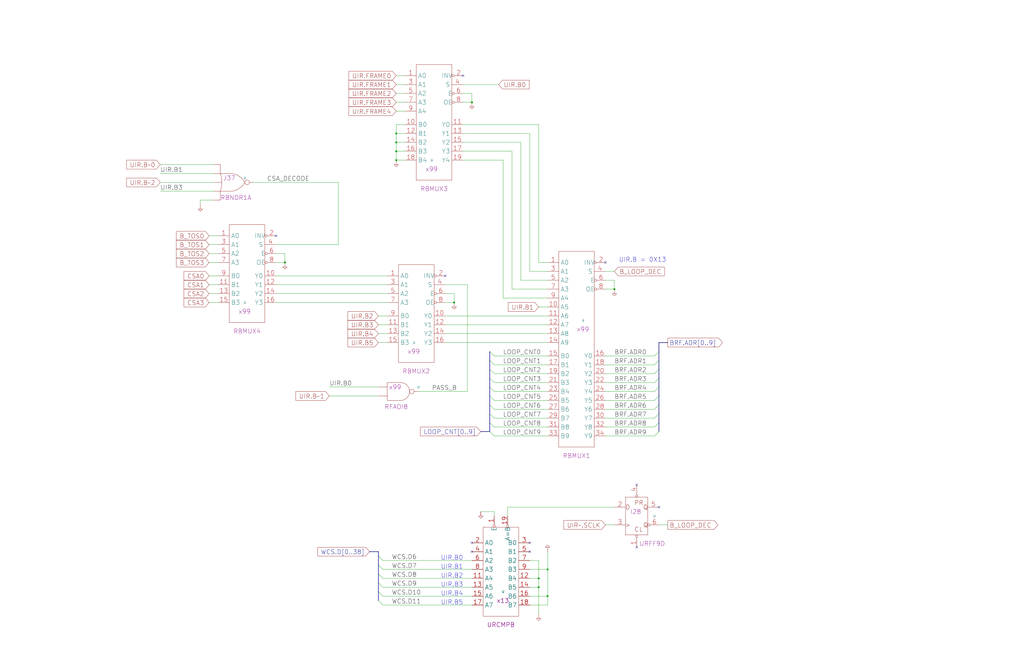
<source format=kicad_sch>
(kicad_sch (version 20220404) (generator eeschema)
  (paper "User" 584.2 378.46)
  (title_block (title "REGISTER FILE CONTROL\\nB ADDRESS GENERATION") (date "22-MAR-90") (rev "1.0") (comment 1 "VALUE") (comment 2 "232-003063") (comment 3 "S400") (comment 4 "RELEASED"))
  (lib_symbols
    (symbol "r1000:F00" (pin_numbers hide) (pin_names hide)
      (property "Reference" "U" (at 15.24 0 0))
      (property "Value" "F00" (at 1.905 -5.08 0))
      (property "Location" "___" (at 1.905 0 0))
      (property "Name" "______" (at 2.54 -12.7 0))
      (symbol "F00_0_1"
        (polyline (pts (xy -2.54 -7.62) (xy 5.08 -7.62)) (stroke (width 0.1524)))
        (polyline (pts (xy -2.54 2.54) (xy -2.54 -7.62)) (stroke (width 0.1524)))
        (polyline (pts (xy -2.54 2.54) (xy 5.08 2.54)) (stroke (width 0.1524)))
        (arc (start 5.08 -7.62) (mid 10.1282 -2.54) (end 5.08 2.54) (stroke (width 0.1524)))
        (circle (center 11.43 -2.54) (radius 1.27) (stroke (width 0.1524)))
      )
      (symbol "F00_0_2"
        (circle (center -3.81 -5.08) (radius 1.27) (stroke (width 0.1524)))
        (circle (center -3.81 0) (radius 1.27) (stroke (width 0.1524)))
        (arc (start -3.175 -7.62) (mid -2.134 -2.54) (end -3.175 2.54) (stroke (width 0.1524)))
        (polyline (pts (xy -3.175 -7.62) (xy 3.81 -7.62)) (stroke (width 0.1524)))
        (polyline (pts (xy -3.175 2.54) (xy 3.81 2.54)) (stroke (width 0.1524)))
        (arc (start 3.81 -7.62) (mid 7.5855 -5.8306) (end 10.16 -2.54) (stroke (width 0.1524)))
        (arc (start 10.16 -2.54) (mid 7.5827 0.7471) (end 3.81 2.54) (stroke (width 0.1524)))
      )
      (symbol "F00_1_1"
        (pin input line (at -7.62 0 0) (length 5.08) (name "D0") (number "1"))
        (pin input line (at -7.62 -5.08 0) (length 5.08) (name "D1") (number "2"))
        (pin output line (at 15.24 -2.54 180) (length 2.54) (name "Q") (number "3"))
      )
      (symbol "F00_1_2"
        (pin input line (at -7.62 0 0) (length 2.54) (name "D0") (number "1"))
        (pin input line (at -7.62 -5.08 0) (length 2.54) (name "D1") (number "2"))
        (pin output line (at 15.24 -2.54 180) (length 5.08) (name "Q") (number "3"))
      )
    )
    (symbol "r1000:F260" (pin_numbers hide) (pin_names hide)
      (property "Reference" "U" (at 10.16 0 0))
      (property "Value" "F260" (at 1.905 -5.715 0))
      (property "Location" "___" (at 1.27 0 0))
      (property "Name" "______" (at 5.08 -12.7 0))
      (symbol "F260_0_1"
        (arc (start -3.8173 -7.62) (mid -2.9926 -2.54) (end -3.8173 2.54) (stroke (width 0.1524)))
        (polyline (pts (xy -5.08 -7.62) (xy -3.81 -7.62)) (stroke (width 0.1524)))
        (polyline (pts (xy -5.08 -2.54) (xy -3.0226 -2.54)) (stroke (width 0.1524)))
        (polyline (pts (xy -5.08 2.54) (xy -3.81 2.54)) (stroke (width 0.1524)))
        (polyline (pts (xy -3.81 -7.62) (xy 2.54 -7.62)) (stroke (width 0.1524)))
        (polyline (pts (xy -3.81 2.54) (xy 2.54 2.54)) (stroke (width 0.1524)))
        (polyline (pts (xy -5.08 -12.7) (xy -3.81 -12.7) (xy -3.81 -7.62)) (stroke (width 0.1524)))
        (polyline (pts (xy -5.08 7.62) (xy -3.81 7.62) (xy -3.81 2.54)) (stroke (width 0.1524)))
        (arc (start 2.54 -7.62) (mid 6.9504 -5.9805) (end 10.16 -2.54) (stroke (width 0.1524)))
        (arc (start 10.16 -2.54) (mid 6.9516 0.9024) (end 2.54 2.54) (stroke (width 0.1524)))
        (circle (center 11.43 -2.54) (radius 1.27) (stroke (width 0.1524)))
      )
      (symbol "F260_0_2"
        (circle (center -6.35 -12.7) (radius 1.27) (stroke (width 0.1524)))
        (circle (center -6.35 -7.62) (radius 1.27) (stroke (width 0.1524)))
        (circle (center -6.35 -2.54) (radius 1.27) (stroke (width 0.1524)))
        (circle (center -6.35 2.54) (radius 1.27) (stroke (width 0.1524)))
        (circle (center -6.35 7.62) (radius 1.27) (stroke (width 0.1524)))
        (polyline (pts (xy -5.08 -13.97) (xy -5.08 8.89)) (stroke (width 0.1524)))
        (polyline (pts (xy -5.08 -7.62) (xy 2.54 -7.62)) (stroke (width 0.1524)))
        (polyline (pts (xy -5.08 2.54) (xy 2.54 2.54)) (stroke (width 0.1524)))
        (arc (start 2.54 2.54) (mid -1.0521 -6.1321) (end 7.62 -2.54) (stroke (width 0.1524)))
        (arc (start 7.62 -2.54) (mid -1.0521 1.0521) (end 2.54 -7.62) (stroke (width 0.1524)))
      )
      (symbol "F260_1_1"
        (pin input line (at -7.62 -2.54 0) (length 2.54) (name "D2") (number "1"))
        (pin input line (at -7.62 7.62 0) (length 2.54) (name "D0") (number "12"))
        (pin input line (at -7.62 2.54 0) (length 2.54) (name "D1") (number "13"))
        (pin input line (at -7.62 -7.62 0) (length 2.54) (name "D3") (number "2"))
        (pin input line (at -7.62 -12.7 0) (length 2.54) (name "D4") (number "3"))
        (pin output line (at 15.24 -2.54 180) (length 2.54) (name "Q") (number "5"))
      )
      (symbol "F260_1_2"
        (pin input line (at -7.62 -2.54 0) (length 0) (name "D2") (number "1"))
        (pin input line (at -7.62 7.62 0) (length 0) (name "D0") (number "12"))
        (pin input line (at -7.62 2.54 0) (length 0) (name "D1") (number "13"))
        (pin input line (at -7.62 -7.62 0) (length 0) (name "D3") (number "2"))
        (pin input line (at -7.62 -12.7 0) (length 0) (name "D4") (number "3"))
        (pin output line (at 15.24 -2.54 180) (length 7.62) (name "Q") (number "5"))
      )
    )
    (symbol "r1000:F521" (pin_names (offset 1.016))
      (property "Reference" "U" (at 2.54 5.08 0))
      (property "Value" "F521" (at -3.81 -7.62 0))
      (property "Location" "___" (at -1.27 0 0))
      (property "Name" "______" (at 1.27 -15.24 0))
      (symbol "F521_1_1"
        (rectangle (start -8.89 41.91) (end 11.43 -8.89))
        (circle (center -2.54 42.545) (radius 0.635))
        (circle (center 5.08 42.545) (radius 0.635))
        (pin input line (at -2.54 48.26 270) (length 5.08) (name "E") (number "1"))
        (pin input line (at -15.24 12.7 0) (length 6.35) (name "A4") (number "11"))
        (pin input line (at 17.78 12.7 180) (length 6.35) (name "B4") (number "12"))
        (pin input line (at -15.24 7.62 0) (length 6.35) (name "A5") (number "13"))
        (pin input line (at 17.78 7.62 180) (length 6.35) (name "B5") (number "14"))
        (pin input line (at -15.24 2.54 0) (length 6.35) (name "A6") (number "15"))
        (pin input line (at 17.78 2.54 180) (length 6.35) (name "B6") (number "16"))
        (pin input line (at -15.24 -2.54 0) (length 6.35) (name "A7") (number "17"))
        (pin input line (at 17.78 -2.54 180) (length 6.35) (name "B7") (number "18"))
        (pin output line (at 5.08 48.26 270) (length 5.08) (name "A=B") (number "19"))
        (pin input line (at -15.24 33.02 0) (length 6.35) (name "A0") (number "2"))
        (pin input line (at 17.78 33.02 180) (length 6.35) (name "B0") (number "3"))
        (pin input line (at -15.24 27.94 0) (length 6.35) (name "A1") (number "4"))
        (pin input line (at 17.78 27.94 180) (length 6.35) (name "B1") (number "5"))
        (pin input line (at -15.24 22.86 0) (length 6.35) (name "A2") (number "6"))
        (pin input line (at 17.78 22.86 180) (length 6.35) (name "B2") (number "7"))
        (pin input line (at -15.24 17.78 0) (length 6.35) (name "A3") (number "8"))
        (pin input line (at 17.78 17.78 180) (length 6.35) (name "B3") (number "9"))
      )
    )
    (symbol "r1000:F74" (pin_names (offset 1.016) hide)
      (property "Reference" "U" (at 12.7 -2.54 0))
      (property "Value" "F74" (at -1.27 -5.08 0))
      (property "Location" "___" (at -1.27 0 0))
      (property "Name" "______" (at 11.43 -19.685 0))
      (symbol "F74_0_1"
        (rectangle (start -3.81 8.255) (end 8.89 -13.335) (stroke (width 0.1524)))
        (polyline (pts (xy 2.54 -15.24) (xy 2.54 -14.605)) (stroke (width 0.1524)))
        (polyline (pts (xy 2.54 10.16) (xy 2.54 9.525)) (stroke (width 0.1524)))
      )
      (symbol "F74_1_1"
        (circle (center 2.54 -13.97) (radius 0.635))
        (circle (center 2.54 8.89) (radius 0.635))
        (circle (center 9.525 -7.62) (radius 0.635))
        (text ">" (at -2.54 -7.62 0) (effects (font (size 2.54 2.54))))
        (text "C" (at 2.54 -10.16 0) (effects (font (size 2.54 2.54))))
        (text "D" (at -2.54 2.54 0) (effects (font (size 2.54 2.54))))
        (text "L" (at 5.08 -10.16 0) (effects (font (size 2.54 2.54))))
        (text "P" (at 2.54 5.08 0) (effects (font (size 2.54 2.54))))
        (text "Q" (at 7.62 -7.62 0) (effects (font (size 2.54 2.54))))
        (text "Q" (at 7.62 2.54 0) (effects (font (size 2.54 2.54))))
        (text "R" (at 5.08 5.08 0) (effects (font (size 2.54 2.54))))
        (pin input line (at 2.54 -20.32 90) (length 5.08) (name "CL_") (number "1"))
        (pin input line (at -10.16 2.54 0) (length 6.35) (name "D") (number "2"))
        (pin input line (at -10.16 -7.62 0) (length 6.35) (name "CLK") (number "3"))
        (pin input line (at 2.54 15.24 270) (length 5.08) (name "PR_") (number "4"))
        (pin output line (at 15.24 2.54 180) (length 6.35) (name "Q") (number "5"))
        (pin output line (at 15.24 -7.62 180) (length 5.08) (name "Q_") (number "6"))
      )
    )
    (symbol "r1000:PD" (power) (pin_numbers hide) (pin_names hide) (in_bom no)
      (symbol "PD_0_1"
        (polyline (pts (xy 0 -2.54) (xy 1.27 -2.54) (xy 0 -3.81) (xy -1.27 -2.54) (xy 0 -2.54)) (stroke (width 0.1524)))
      )
      (symbol "PD_1_1"
        (pin power_in line (at 0 0 270) (length 2.54) (name "PD") (number "1"))
      )
    )
    (symbol "r1000:PU" (power) (pin_numbers hide) (pin_names hide)
      (symbol "PU_0_1"
        (polyline (pts (xy 0 2.54) (xy -1.27 2.54) (xy 0 3.81) (xy 1.27 2.54) (xy 0 2.54)) (stroke (width 0.1524)))
      )
      (symbol "PU_1_1"
        (pin power_in line (at 0 0 90) (length 2.54) (name "PU") (number "1"))
      )
    )
    (symbol "r1000:XMUX10" (pin_names (offset 1.016))
      (property "Reference" "U" (at 2.54 5.08 0))
      (property "Value" "XMUX10" (at -6.35 -66.04 0))
      (property "Location" "___" (at -1.27 0 0))
      (property "Name" "______" (at -1.27 -73.66 0))
      (symbol "XMUX10_1_1"
        (rectangle (start -11.43 44.45) (end 8.89 -67.31))
        (circle (center 9.525 22.86) (radius 0.635))
        (circle (center 9.525 27.94) (radius 0.635))
        (circle (center 9.525 38.1) (radius 0.635))
        (pin input line (at -17.78 38.1 0) (length 6.35) (name "A0") (number "1"))
        (pin input line (at -17.78 12.7 0) (length 6.35) (name "A5") (number "10"))
        (pin input line (at -17.78 7.62 0) (length 6.35) (name "A6") (number "11"))
        (pin input line (at -17.78 2.54 0) (length 6.35) (name "A7") (number "12"))
        (pin input line (at -17.78 -2.54 0) (length 6.35) (name "A8") (number "13"))
        (pin input line (at -17.78 -7.62 0) (length 6.35) (name "A9") (number "14"))
        (pin input line (at -17.78 -15.24 0) (length 6.35) (name "B0") (number "15"))
        (pin tri_state line (at 15.24 -15.24 180) (length 6.35) (name "Y0") (number "16"))
        (pin input line (at -17.78 -20.32 0) (length 6.35) (name "B1") (number "17"))
        (pin tri_state line (at 15.24 -20.32 180) (length 6.35) (name "Y1") (number "18"))
        (pin input line (at -17.78 -25.4 0) (length 6.35) (name "B2") (number "19"))
        (pin input line (at 15.24 38.1 180) (length 5.08) (name "INV") (number "2"))
        (pin tri_state line (at 15.24 -25.4 180) (length 6.35) (name "Y2") (number "20"))
        (pin input line (at -17.78 -30.48 0) (length 6.35) (name "B3") (number "21"))
        (pin tri_state line (at 15.24 -30.48 180) (length 6.35) (name "Y3") (number "22"))
        (pin input line (at -17.78 -35.56 0) (length 6.35) (name "B4") (number "23"))
        (pin tri_state line (at 15.24 -35.56 180) (length 6.35) (name "Y4") (number "24"))
        (pin input line (at -17.78 -40.64 0) (length 6.35) (name "B5") (number "25"))
        (pin tri_state line (at 15.24 -40.64 180) (length 6.35) (name "Y5") (number "26"))
        (pin input line (at -17.78 -45.72 0) (length 6.35) (name "B6") (number "27"))
        (pin tri_state line (at 15.24 -45.72 180) (length 6.35) (name "Y6") (number "28"))
        (pin input line (at -17.78 -50.8 0) (length 6.35) (name "B7") (number "29"))
        (pin input line (at -17.78 33.02 0) (length 6.35) (name "A1") (number "3"))
        (pin tri_state line (at 15.24 -50.8 180) (length 6.35) (name "Y7") (number "30"))
        (pin input line (at -17.78 -55.88 0) (length 6.35) (name "B8") (number "31"))
        (pin tri_state line (at 15.24 -55.88 180) (length 6.35) (name "Y8") (number "32"))
        (pin input line (at -17.78 -60.96 0) (length 6.35) (name "B9") (number "33"))
        (pin tri_state line (at 15.24 -60.96 180) (length 6.35) (name "Y9") (number "34"))
        (pin input line (at 15.24 33.02 180) (length 6.35) (name "S") (number "4"))
        (pin input line (at -17.78 27.94 0) (length 6.35) (name "A2") (number "5"))
        (pin input line (at 15.24 27.94 180) (length 5.08) (name "E") (number "6"))
        (pin input line (at -17.78 22.86 0) (length 6.35) (name "A3") (number "7"))
        (pin input line (at 15.24 22.86 180) (length 5.08) (name "OE") (number "8"))
        (pin input line (at -17.78 17.78 0) (length 6.35) (name "A4") (number "9"))
      )
    )
    (symbol "r1000:XMUX4" (pin_names (offset 1.016))
      (property "Reference" "U" (at 2.54 5.08 0))
      (property "Value" "XMUX4" (at -1.27 -5.08 0))
      (property "Location" "___" (at -1.27 0 0))
      (property "Name" "______" (at 3.81 -12.7 0))
      (symbol "XMUX4_1_1"
        (rectangle (start -6.35 49.53) (end 13.97 -6.35))
        (circle (center 14.605 27.94) (radius 0.635))
        (circle (center 14.605 33.02) (radius 0.635))
        (circle (center 14.605 43.18) (radius 0.635))
        (pin input line (at -12.7 43.18 0) (length 6.35) (name "A0") (number "1"))
        (pin tri_state line (at 20.32 20.32 180) (length 6.35) (name "Y0") (number "10"))
        (pin input line (at -12.7 15.24 0) (length 6.35) (name "B1") (number "11"))
        (pin tri_state line (at 20.32 15.24 180) (length 6.35) (name "Y1") (number "12"))
        (pin input line (at -12.7 10.16 0) (length 6.35) (name "B2") (number "13"))
        (pin tri_state line (at 20.32 10.16 180) (length 6.35) (name "Y2") (number "14"))
        (pin input line (at -12.7 5.08 0) (length 6.35) (name "B3") (number "15"))
        (pin tri_state line (at 20.32 5.08 180) (length 6.35) (name "Y3") (number "16"))
        (pin input line (at 20.32 43.18 180) (length 5.08) (name "INV") (number "2"))
        (pin input line (at -12.7 38.1 0) (length 6.35) (name "A1") (number "3"))
        (pin input line (at 20.32 38.1 180) (length 6.35) (name "S") (number "4"))
        (pin input line (at -12.7 33.02 0) (length 6.35) (name "A2") (number "5"))
        (pin input line (at 20.32 33.02 180) (length 5.08) (name "E") (number "6"))
        (pin input line (at -12.7 27.94 0) (length 6.35) (name "A3") (number "7"))
        (pin input line (at 20.32 27.94 180) (length 5.08) (name "OE") (number "8"))
        (pin input line (at -12.7 20.32 0) (length 6.35) (name "B0") (number "9"))
      )
    )
    (symbol "r1000:XMUX5" (pin_names (offset 1.016))
      (property "Reference" "U" (at 2.54 5.08 0))
      (property "Value" "XMUX5" (at -1.27 -5.08 0))
      (property "Location" "___" (at -1.27 0 0))
      (property "Name" "______" (at 3.81 -12.7 0))
      (symbol "XMUX5_1_1"
        (rectangle (start -6.35 59.69) (end 13.97 -6.35))
        (circle (center 14.605 38.1) (radius 0.635))
        (circle (center 14.605 43.18) (radius 0.635))
        (circle (center 14.605 53.34) (radius 0.635))
        (pin input line (at -12.7 53.34 0) (length 6.35) (name "A0") (number "1"))
        (pin input line (at -12.7 25.4 0) (length 6.35) (name "B0") (number "10"))
        (pin tri_state line (at 20.32 25.4 180) (length 6.35) (name "Y0") (number "11"))
        (pin input line (at -12.7 20.32 0) (length 6.35) (name "B1") (number "12"))
        (pin tri_state line (at 20.32 20.32 180) (length 6.35) (name "Y1") (number "13"))
        (pin input line (at -12.7 15.24 0) (length 6.35) (name "B2") (number "14"))
        (pin tri_state line (at 20.32 15.24 180) (length 6.35) (name "Y2") (number "15"))
        (pin input line (at -12.7 10.16 0) (length 6.35) (name "B3") (number "16"))
        (pin tri_state line (at 20.32 10.16 180) (length 6.35) (name "Y3") (number "17"))
        (pin input line (at -12.7 5.08 0) (length 6.35) (name "B4") (number "18"))
        (pin tri_state line (at 20.32 5.08 180) (length 6.35) (name "Y4") (number "19"))
        (pin input line (at 20.32 53.34 180) (length 5.08) (name "INV") (number "2"))
        (pin input line (at -12.7 48.26 0) (length 6.35) (name "A1") (number "3"))
        (pin input line (at 20.32 48.26 180) (length 6.35) (name "S") (number "4"))
        (pin input line (at -12.7 43.18 0) (length 6.35) (name "A2") (number "5"))
        (pin input line (at 20.32 43.18 180) (length 5.08) (name "E") (number "6"))
        (pin input line (at -12.7 38.1 0) (length 6.35) (name "A3") (number "7"))
        (pin input line (at 20.32 38.1 180) (length 5.08) (name "OE") (number "8"))
        (pin input line (at -12.7 33.02 0) (length 6.35) (name "A4") (number "9"))
      )
    )
  )
  (junction (at 307.34 335.28))
  (junction (at 226.06 76.2))
  (junction (at 307.34 330.2))
  (junction (at 312.42 340.36))
  (junction (at 162.56 149.86))
  (junction (at 226.06 91.44))
  (junction (at 312.42 325.12))
  (junction (at 226.06 81.28))
  (junction (at 269.24 58.42))
  (junction (at 226.06 86.36))
  (junction (at 350.52 165.1))
  (junction (at 259.08 172.72))
  (no_connect (at 157.48 134.62))
  (no_connect (at 254 157.48))
  (no_connect (at 363.22 276.86))
  (no_connect (at 269.24 314.96))
  (no_connect (at 345.44 149.86))
  (no_connect (at 302.26 314.96))
  (no_connect (at 375.92 289.56))
  (no_connect (at 264.16 43.18))
  (no_connect (at 302.26 309.88))
  (no_connect (at 269.24 309.88))
  (no_connect (at 363.22 312.42))
  (bus_entry (at 279.4 236.22) (size 2.54 2.54))
  (bus_entry (at 215.9 317.5) (size 2.54 2.54))
  (bus_entry (at 215.9 322.58) (size 2.54 2.54))
  (bus_entry (at 375.92 210.82) (size -2.54 2.54))
  (bus_entry (at 375.92 226.06) (size -2.54 2.54))
  (bus_entry (at 375.92 241.3) (size -2.54 2.54))
  (bus_entry (at 375.92 215.9) (size -2.54 2.54))
  (bus_entry (at 279.4 246.38) (size 2.54 2.54))
  (bus_entry (at 279.4 210.82) (size 2.54 2.54))
  (bus_entry (at 279.4 231.14) (size 2.54 2.54))
  (bus_entry (at 375.92 220.98) (size -2.54 2.54))
  (bus_entry (at 375.92 205.74) (size -2.54 2.54))
  (bus_entry (at 279.4 226.06) (size 2.54 2.54))
  (bus_entry (at 215.9 332.74) (size 2.54 2.54))
  (bus_entry (at 279.4 200.66) (size 2.54 2.54))
  (bus_entry (at 279.4 220.98) (size 2.54 2.54))
  (bus_entry (at 279.4 205.74) (size 2.54 2.54))
  (bus_entry (at 375.92 200.66) (size -2.54 2.54))
  (bus_entry (at 375.92 246.38) (size -2.54 2.54))
  (bus_entry (at 279.4 241.3) (size 2.54 2.54))
  (bus_entry (at 375.92 236.22) (size -2.54 2.54))
  (bus_entry (at 215.9 337.82) (size 2.54 2.54))
  (bus_entry (at 215.9 342.9) (size 2.54 2.54))
  (bus_entry (at 279.4 215.9) (size 2.54 2.54))
  (bus_entry (at 375.92 231.14) (size -2.54 2.54))
  (bus_entry (at 215.9 327.66) (size 2.54 2.54))
  (wire (pts (xy 157.48 162.56) (xy 220.98 162.56)))
  (wire (pts (xy 302.26 76.2) (xy 302.26 154.94)))
  (wire (pts (xy 269.24 53.34) (xy 269.24 58.42)))
  (bus (pts (xy 375.92 200.66) (xy 375.92 205.74)))
  (bus (pts (xy 215.9 322.58) (xy 215.9 327.66)))
  (wire (pts (xy 266.7 223.52) (xy 266.7 162.56)))
  (wire (pts (xy 157.48 144.78) (xy 162.56 144.78)))
  (wire (pts (xy 302.26 330.2) (xy 307.34 330.2)))
  (wire (pts (xy 215.9 185.42) (xy 220.98 185.42)))
  (wire (pts (xy 218.44 335.28) (xy 269.24 335.28)))
  (bus (pts (xy 279.4 236.22) (xy 279.4 241.3)))
  (wire (pts (xy 215.9 190.5) (xy 220.98 190.5)))
  (wire (pts (xy 254 180.34) (xy 312.42 180.34)))
  (wire (pts (xy 297.18 160.02) (xy 297.18 81.28)))
  (wire (pts (xy 345.44 238.76) (xy 373.38 238.76)))
  (wire (pts (xy 281.94 233.68) (xy 312.42 233.68)))
  (wire (pts (xy 307.34 320.04) (xy 307.34 330.2)))
  (bus (pts (xy 215.9 317.5) (xy 215.9 322.58)))
  (wire (pts (xy 226.06 86.36) (xy 231.14 86.36)))
  (bus (pts (xy 279.4 215.9) (xy 279.4 220.98)))
  (wire (pts (xy 226.06 91.44) (xy 226.06 86.36)))
  (wire (pts (xy 259.08 172.72) (xy 254 172.72)))
  (wire (pts (xy 157.48 172.72) (xy 220.98 172.72)))
  (wire (pts (xy 289.56 289.56) (xy 350.52 289.56)))
  (wire (pts (xy 238.76 223.52) (xy 266.7 223.52)))
  (bus (pts (xy 375.92 205.74) (xy 375.92 210.82)))
  (wire (pts (xy 345.44 228.6) (xy 373.38 228.6)))
  (wire (pts (xy 226.06 76.2) (xy 226.06 71.12)))
  (bus (pts (xy 279.4 200.66) (xy 279.4 205.74)))
  (bus (pts (xy 375.92 241.3) (xy 375.92 246.38)))
  (wire (pts (xy 254 190.5) (xy 312.42 190.5)))
  (wire (pts (xy 302.26 340.36) (xy 312.42 340.36)))
  (bus (pts (xy 279.4 241.3) (xy 279.4 246.38)))
  (wire (pts (xy 254 167.64) (xy 259.08 167.64)))
  (bus (pts (xy 375.92 195.58) (xy 375.92 200.66)))
  (wire (pts (xy 226.06 81.28) (xy 226.06 76.2)))
  (wire (pts (xy 281.94 218.44) (xy 312.42 218.44)))
  (wire (pts (xy 119.38 172.72) (xy 124.46 172.72)))
  (wire (pts (xy 281.94 292.1) (xy 281.94 294.64)))
  (wire (pts (xy 162.56 149.86) (xy 157.48 149.86)))
  (wire (pts (xy 345.44 248.92) (xy 373.38 248.92)))
  (wire (pts (xy 91.44 99.06) (xy 121.92 99.06)))
  (bus (pts (xy 215.9 332.74) (xy 215.9 337.82)))
  (wire (pts (xy 302.26 325.12) (xy 312.42 325.12)))
  (wire (pts (xy 345.44 213.36) (xy 373.38 213.36)))
  (wire (pts (xy 345.44 299.72) (xy 350.52 299.72)))
  (wire (pts (xy 162.56 144.78) (xy 162.56 149.86)))
  (wire (pts (xy 264.16 48.26) (xy 284.48 48.26)))
  (wire (pts (xy 187.96 220.98) (xy 215.9 220.98)))
  (wire (pts (xy 193.04 104.14) (xy 193.04 139.7)))
  (wire (pts (xy 281.94 223.52) (xy 312.42 223.52)))
  (bus (pts (xy 381 195.58) (xy 375.92 195.58)))
  (wire (pts (xy 157.48 157.48) (xy 220.98 157.48)))
  (wire (pts (xy 345.44 208.28) (xy 373.38 208.28)))
  (wire (pts (xy 274.32 292.1) (xy 281.94 292.1)))
  (wire (pts (xy 292.1 86.36) (xy 292.1 165.1)))
  (wire (pts (xy 307.34 330.2) (xy 307.34 335.28)))
  (wire (pts (xy 264.16 53.34) (xy 269.24 53.34)))
  (wire (pts (xy 226.06 76.2) (xy 231.14 76.2)))
  (wire (pts (xy 292.1 165.1) (xy 312.42 165.1)))
  (wire (pts (xy 119.38 149.86) (xy 124.46 149.86)))
  (wire (pts (xy 297.18 81.28) (xy 264.16 81.28)))
  (bus (pts (xy 279.4 231.14) (xy 279.4 236.22)))
  (wire (pts (xy 281.94 248.92) (xy 312.42 248.92)))
  (wire (pts (xy 302.26 154.94) (xy 312.42 154.94)))
  (bus (pts (xy 210.82 314.96) (xy 215.9 314.96)))
  (bus (pts (xy 375.92 215.9) (xy 375.92 220.98)))
  (wire (pts (xy 345.44 243.84) (xy 373.38 243.84)))
  (wire (pts (xy 226.06 86.36) (xy 226.06 81.28)))
  (bus (pts (xy 274.32 246.38) (xy 279.4 246.38)))
  (wire (pts (xy 307.34 175.26) (xy 312.42 175.26)))
  (wire (pts (xy 281.94 213.36) (xy 312.42 213.36)))
  (wire (pts (xy 119.38 167.64) (xy 124.46 167.64)))
  (bus (pts (xy 279.4 210.82) (xy 279.4 215.9)))
  (wire (pts (xy 91.44 104.14) (xy 121.92 104.14)))
  (wire (pts (xy 226.06 63.5) (xy 231.14 63.5)))
  (wire (pts (xy 114.3 116.84) (xy 114.3 114.3)))
  (wire (pts (xy 281.94 238.76) (xy 312.42 238.76)))
  (wire (pts (xy 91.44 93.98) (xy 121.92 93.98)))
  (wire (pts (xy 157.48 167.64) (xy 220.98 167.64)))
  (wire (pts (xy 350.52 160.02) (xy 350.52 165.1)))
  (wire (pts (xy 345.44 233.68) (xy 373.38 233.68)))
  (wire (pts (xy 119.38 134.62) (xy 124.46 134.62)))
  (wire (pts (xy 144.78 104.14) (xy 193.04 104.14)))
  (wire (pts (xy 259.08 167.64) (xy 259.08 172.72)))
  (wire (pts (xy 345.44 203.2) (xy 373.38 203.2)))
  (wire (pts (xy 375.92 299.72) (xy 381 299.72)))
  (wire (pts (xy 264.16 86.36) (xy 292.1 86.36)))
  (wire (pts (xy 312.42 160.02) (xy 297.18 160.02)))
  (wire (pts (xy 312.42 340.36) (xy 312.42 325.12)))
  (wire (pts (xy 312.42 325.12) (xy 312.42 314.96)))
  (bus (pts (xy 215.9 314.96) (xy 215.9 317.5)))
  (wire (pts (xy 345.44 154.94) (xy 350.52 154.94)))
  (wire (pts (xy 226.06 48.26) (xy 231.14 48.26)))
  (wire (pts (xy 218.44 325.12) (xy 269.24 325.12)))
  (wire (pts (xy 226.06 58.42) (xy 231.14 58.42)))
  (wire (pts (xy 287.02 91.44) (xy 264.16 91.44)))
  (wire (pts (xy 302.26 345.44) (xy 312.42 345.44)))
  (wire (pts (xy 281.94 203.2) (xy 312.42 203.2)))
  (wire (pts (xy 218.44 320.04) (xy 269.24 320.04)))
  (wire (pts (xy 119.38 139.7) (xy 124.46 139.7)))
  (bus (pts (xy 215.9 337.82) (xy 215.9 342.9)))
  (wire (pts (xy 312.42 345.44) (xy 312.42 340.36)))
  (wire (pts (xy 269.24 58.42) (xy 264.16 58.42)))
  (wire (pts (xy 307.34 149.86) (xy 312.42 149.86)))
  (wire (pts (xy 254 195.58) (xy 312.42 195.58)))
  (wire (pts (xy 187.96 226.06) (xy 215.9 226.06)))
  (wire (pts (xy 254 162.56) (xy 266.7 162.56)))
  (wire (pts (xy 350.52 165.1) (xy 345.44 165.1)))
  (bus (pts (xy 279.4 220.98) (xy 279.4 226.06)))
  (wire (pts (xy 119.38 157.48) (xy 124.46 157.48)))
  (wire (pts (xy 215.9 180.34) (xy 220.98 180.34)))
  (wire (pts (xy 91.44 109.22) (xy 121.92 109.22)))
  (wire (pts (xy 264.16 76.2) (xy 302.26 76.2)))
  (wire (pts (xy 312.42 170.18) (xy 287.02 170.18)))
  (wire (pts (xy 119.38 162.56) (xy 124.46 162.56)))
  (wire (pts (xy 218.44 345.44) (xy 269.24 345.44)))
  (wire (pts (xy 226.06 91.44) (xy 231.14 91.44)))
  (wire (pts (xy 226.06 71.12) (xy 231.14 71.12)))
  (wire (pts (xy 218.44 340.36) (xy 269.24 340.36)))
  (wire (pts (xy 289.56 294.64) (xy 289.56 289.56)))
  (wire (pts (xy 281.94 243.84) (xy 312.42 243.84)))
  (wire (pts (xy 281.94 208.28) (xy 312.42 208.28)))
  (wire (pts (xy 287.02 170.18) (xy 287.02 91.44)))
  (wire (pts (xy 226.06 53.34) (xy 231.14 53.34)))
  (wire (pts (xy 307.34 71.12) (xy 307.34 149.86)))
  (bus (pts (xy 375.92 210.82) (xy 375.92 215.9)))
  (wire (pts (xy 157.48 139.7) (xy 193.04 139.7)))
  (wire (pts (xy 302.26 335.28) (xy 307.34 335.28)))
  (bus (pts (xy 375.92 220.98) (xy 375.92 226.06)))
  (wire (pts (xy 307.34 335.28) (xy 307.34 350.52)))
  (wire (pts (xy 345.44 218.44) (xy 373.38 218.44)))
  (wire (pts (xy 345.44 223.52) (xy 373.38 223.52)))
  (wire (pts (xy 114.3 114.3) (xy 121.92 114.3)))
  (wire (pts (xy 119.38 144.78) (xy 124.46 144.78)))
  (bus (pts (xy 279.4 226.06) (xy 279.4 231.14)))
  (bus (pts (xy 215.9 332.74) (xy 215.9 327.66)))
  (wire (pts (xy 264.16 71.12) (xy 307.34 71.12)))
  (wire (pts (xy 226.06 81.28) (xy 231.14 81.28)))
  (wire (pts (xy 302.26 320.04) (xy 307.34 320.04)))
  (bus (pts (xy 375.92 226.06) (xy 375.92 231.14)))
  (wire (pts (xy 215.9 195.58) (xy 220.98 195.58)))
  (wire (pts (xy 345.44 160.02) (xy 350.52 160.02)))
  (bus (pts (xy 375.92 236.22) (xy 375.92 241.3)))
  (wire (pts (xy 281.94 228.6) (xy 312.42 228.6)))
  (bus (pts (xy 375.92 231.14) (xy 375.92 236.22)))
  (wire (pts (xy 254 185.42) (xy 312.42 185.42)))
  (bus (pts (xy 279.4 205.74) (xy 279.4 210.82)))
  (wire (pts (xy 218.44 330.2) (xy 269.24 330.2)))
  (wire (pts (xy 226.06 43.18) (xy 231.14 43.18)))
  (text "UIR.B = 0X13" (at 353.06 149.86 0) (effects (font (size 2.54 2.54)) (justify left bottom)))
  (text "UIR.B2" (at 251.46 330.2 0) (effects (font (size 2.54 2.54)) (justify left bottom)))
  (text "UIR.B0" (at 251.46 320.04 0) (effects (font (size 2.54 2.54)) (justify left bottom)))
  (text "UIR.B3" (at 251.46 335.28 0) (effects (font (size 2.54 2.54)) (justify left bottom)))
  (text "UIR.B5" (at 251.46 345.44 0) (effects (font (size 2.54 2.54)) (justify left bottom)))
  (text "UIR.B1" (at 251.46 325.12 0) (effects (font (size 2.54 2.54)) (justify left bottom)))
  (text "UIR.B4" (at 251.46 340.36 0) (effects (font (size 2.54 2.54)) (justify left bottom)))
  (label "LOOP_CNT4" (at 287.02 223.52 0) (effects (font (size 2.54 2.54))))
  (label "LOOP_CNT8" (at 287.02 243.84 0) (effects (font (size 2.54 2.54))))
  (label "BRF.ADR6" (at 350.52 233.68 0) (effects (font (size 2.54 2.54))))
  (label "PASS_B" (at 246.38 223.52 0) (effects (font (size 2.54 2.54))))
  (label "BRF.ADR0" (at 350.52 203.2 0) (effects (font (size 2.54 2.54))))
  (label "CSA_DECODE" (at 152.4 104.14 0) (effects (font (size 2.54 2.54))))
  (label "WCS.D10" (at 223.52 340.36 0) (effects (font (size 2.54 2.54))))
  (label "BRF.ADR8" (at 350.52 243.84 0) (effects (font (size 2.54 2.54))))
  (label "WCS.D6" (at 223.52 320.04 0) (effects (font (size 2.54 2.54))))
  (label "LOOP_CNT2" (at 287.02 213.36 0) (effects (font (size 2.54 2.54))))
  (label "WCS.D7" (at 223.52 325.12 0) (effects (font (size 2.54 2.54))))
  (label "BRF.ADR2" (at 350.52 213.36 0) (effects (font (size 2.54 2.54))))
  (label "WCS.D8" (at 223.52 330.2 0) (effects (font (size 2.54 2.54))))
  (label "WCS.D11" (at 223.52 345.44 0) (effects (font (size 2.54 2.54))))
  (label "UIR.B3" (at 91.44 109.22 0) (effects (font (size 2.54 2.54))))
  (label "LOOP_CNT5" (at 287.02 228.6 0) (effects (font (size 2.54 2.54))))
  (label "LOOP_CNT1" (at 287.02 208.28 0) (effects (font (size 2.54 2.54))))
  (label "UIR.B1" (at 91.44 99.06 0) (effects (font (size 2.54 2.54))))
  (label "BRF.ADR9" (at 350.52 248.92 0) (effects (font (size 2.54 2.54))))
  (label "LOOP_CNT0" (at 287.02 203.2 0) (effects (font (size 2.54 2.54))))
  (label "LOOP_CNT9" (at 287.02 248.92 0) (effects (font (size 2.54 2.54))))
  (label "BRF.ADR7" (at 350.52 238.76 0) (effects (font (size 2.54 2.54))))
  (label "LOOP_CNT6" (at 287.02 233.68 0) (effects (font (size 2.54 2.54))))
  (label "LOOP_CNT3" (at 287.02 218.44 0) (effects (font (size 2.54 2.54))))
  (label "WCS.D9" (at 223.52 335.28 0) (effects (font (size 2.54 2.54))))
  (label "LOOP_CNT7" (at 287.02 238.76 0) (effects (font (size 2.54 2.54))))
  (label "BRF.ADR1" (at 350.52 208.28 0) (effects (font (size 2.54 2.54))))
  (label "BRF.ADR3" (at 350.52 218.44 0) (effects (font (size 2.54 2.54))))
  (label "UIR.B0" (at 187.96 220.98 0) (effects (font (size 2.54 2.54))))
  (label "BRF.ADR4" (at 350.52 223.52 0) (effects (font (size 2.54 2.54))))
  (label "BRF.ADR5" (at 350.52 228.6 0) (effects (font (size 2.54 2.54))))
  (global_label "UIR.B~1" (shape input) (at 187.96 226.06 180) (effects (font (size 2.54 2.54))) (property "Intersheet References" "${INTERSHEET_REFS}" (at 168.7407 225.9013 0) (effects (font (size 1.905 1.905)) (justify right))))
  (global_label "B_LOOP_DEC" (shape output) (at 381 299.72 0) (effects (font (size 2.54 2.54))) (property "Intersheet References" "${INTERSHEET_REFS}" (at 409.5327 299.5613 0) (effects (font (size 1.905 1.905)) (justify left))))
  (global_label "UIR.B~2" (shape input) (at 91.44 104.14 180) (effects (font (size 2.54 2.54))) (property "Intersheet References" "${INTERSHEET_REFS}" (at 72.2207 103.9813 0) (effects (font (size 1.905 1.905)) (justify right))))
  (global_label "UIR.B5" (shape input) (at 215.9 195.58 180) (effects (font (size 2.54 2.54))) (property "Intersheet References" "${INTERSHEET_REFS}" (at 197.8281 195.58 0) (effects (font (size 1.905 1.905)) (justify right))))
  (global_label "CSA1" (shape input) (at 119.38 162.56 180) (effects (font (size 2.54 2.54))) (property "Intersheet References" "${INTERSHEET_REFS}" (at 104.9988 162.4013 0) (effects (font (size 1.905 1.905)) (justify right))))
  (global_label "UIR.B~0" (shape input) (at 91.44 93.98 180) (effects (font (size 2.54 2.54))) (property "Intersheet References" "${INTERSHEET_REFS}" (at 72.2207 93.8213 0) (effects (font (size 1.905 1.905)) (justify right))))
  (global_label "CSA3" (shape input) (at 119.38 172.72 180) (effects (font (size 2.54 2.54))) (property "Intersheet References" "${INTERSHEET_REFS}" (at 104.9988 172.5613 0) (effects (font (size 1.905 1.905)) (justify right))))
  (global_label "CSA2" (shape input) (at 119.38 167.64 180) (effects (font (size 2.54 2.54))) (property "Intersheet References" "${INTERSHEET_REFS}" (at 104.9988 167.4813 0) (effects (font (size 1.905 1.905)) (justify right))))
  (global_label "B_TOS3" (shape input) (at 119.38 149.86 180) (effects (font (size 2.54 2.54))) (property "Intersheet References" "${INTERSHEET_REFS}" (at 100.6445 149.7013 0) (effects (font (size 1.905 1.905)) (justify right))))
  (global_label "UIR.FRAME4" (shape input) (at 226.06 63.5 180) (effects (font (size 2.54 2.54))) (property "Intersheet References" "${INTERSHEET_REFS}" (at 199.0997 63.3413 0) (effects (font (size 1.905 1.905)) (justify right))))
  (global_label "LOOP_CNT[0..9]" (shape input) (at 274.32 246.38 180) (effects (font (size 2.54 2.54))) (property "Intersheet References" "${INTERSHEET_REFS}" (at 239.8607 246.2213 0) (effects (font (size 1.905 1.905)) (justify right))))
  (global_label "BRF.ADR[0..9]" (shape output) (at 381 195.58 0) (effects (font (size 2.54 2.54))) (property "Intersheet References" "${INTERSHEET_REFS}" (at 412.8602 195.58 0) (effects (font (size 1.905 1.905)) (justify left))))
  (global_label "UIR.B4" (shape input) (at 215.9 190.5 180) (effects (font (size 2.54 2.54))) (property "Intersheet References" "${INTERSHEET_REFS}" (at 197.8281 190.5 0) (effects (font (size 1.905 1.905)) (justify right))))
  (global_label "B_TOS0" (shape input) (at 119.38 134.62 180) (effects (font (size 2.54 2.54))) (property "Intersheet References" "${INTERSHEET_REFS}" (at 100.6445 134.4613 0) (effects (font (size 1.905 1.905)) (justify right))))
  (global_label "B_TOS1" (shape input) (at 119.38 139.7 180) (effects (font (size 2.54 2.54))) (property "Intersheet References" "${INTERSHEET_REFS}" (at 100.6445 139.5413 0) (effects (font (size 1.905 1.905)) (justify right))))
  (global_label "UIR.FRAME0" (shape input) (at 226.06 43.18 180) (effects (font (size 2.54 2.54))) (property "Intersheet References" "${INTERSHEET_REFS}" (at 199.0997 43.0213 0) (effects (font (size 1.905 1.905)) (justify right))))
  (global_label "UIR.FRAME2" (shape input) (at 226.06 53.34 180) (effects (font (size 2.54 2.54))) (property "Intersheet References" "${INTERSHEET_REFS}" (at 199.0997 53.1813 0) (effects (font (size 1.905 1.905)) (justify right))))
  (global_label "B_LOOP_DEC" (shape input) (at 350.52 154.94 0) (effects (font (size 2.54 2.54))) (property "Intersheet References" "${INTERSHEET_REFS}" (at 379.7196 154.94 0) (effects (font (size 1.905 1.905)) (justify left))))
  (global_label "UIR.B2" (shape input) (at 215.9 180.34 180) (effects (font (size 2.54 2.54))) (property "Intersheet References" "${INTERSHEET_REFS}" (at 197.8281 180.34 0) (effects (font (size 1.905 1.905)) (justify right))))
  (global_label "UIR.B0" (shape input) (at 284.48 48.26 0) (effects (font (size 2.54 2.54))) (property "Intersheet References" "${INTERSHEET_REFS}" (at 301.885 48.1013 0) (effects (font (size 1.905 1.905)) (justify left))))
  (global_label "CSA0" (shape input) (at 119.38 157.48 180) (effects (font (size 2.54 2.54))) (property "Intersheet References" "${INTERSHEET_REFS}" (at 104.9988 157.3213 0) (effects (font (size 1.905 1.905)) (justify right))))
  (global_label "WCS.D[0..38]" (shape input) (at 210.82 314.96 180) (effects (font (size 2.54 2.54))) (property "Intersheet References" "${INTERSHEET_REFS}" (at 181.3197 314.8013 0) (effects (font (size 1.905 1.905)) (justify right))))
  (global_label "B_TOS2" (shape input) (at 119.38 144.78 180) (effects (font (size 2.54 2.54))) (property "Intersheet References" "${INTERSHEET_REFS}" (at 100.6445 144.6213 0) (effects (font (size 1.905 1.905)) (justify right))))
  (global_label "UIR~.SCLK" (shape input) (at 345.44 299.72 180) (effects (font (size 2.54 2.54))) (property "Intersheet References" "${INTERSHEET_REFS}" (at 320.9576 299.72 0) (effects (font (size 1.905 1.905)) (justify right))))
  (global_label "UIR.B1" (shape input) (at 307.34 175.26 180) (effects (font (size 2.54 2.54))) (property "Intersheet References" "${INTERSHEET_REFS}" (at 289.935 175.1013 0) (effects (font (size 1.905 1.905)) (justify right))))
  (global_label "UIR.B3" (shape input) (at 215.9 185.42 180) (effects (font (size 2.54 2.54))) (property "Intersheet References" "${INTERSHEET_REFS}" (at 197.8281 185.42 0) (effects (font (size 1.905 1.905)) (justify right))))
  (global_label "UIR.FRAME1" (shape input) (at 226.06 48.26 180) (effects (font (size 2.54 2.54))) (property "Intersheet References" "${INTERSHEET_REFS}" (at 199.0997 48.1013 0) (effects (font (size 1.905 1.905)) (justify right))))
  (global_label "UIR.FRAME3" (shape input) (at 226.06 58.42 180) (effects (font (size 2.54 2.54))) (property "Intersheet References" "${INTERSHEET_REFS}" (at 199.0997 58.2613 0) (effects (font (size 1.905 1.905)) (justify right))))
  (symbol (lib_id "r1000:PD") (at 259.08 172.72 0) (unit 1) (in_bom no)
    (default_instance (reference "U") (unit 1) (value "") (footprint ""))
    (property "Reference" "U" (effects hide))
  )
  (symbol (lib_id "r1000:F74") (at 360.68 292.1 0) (unit 1)
    (default_instance (reference "U") (unit 1) (value "") (footprint ""))
    (property "Reference" "U" (at 373.38 294.64 0))
    (property "Location" "I28" (at 359.41 292.1 0) (effects (font (size 2.54 2.54)) (justify left)))
    (property "Name" "URFF9D" (at 372.11 311.785 0) (effects (font (size 2.54 2.54)) (justify bottom)))
  )
  (symbol (lib_id "r1000:XMUX10") (at 330.2 187.96 0) (unit 1)
    (default_instance (reference "U") (unit 1) (value "") (footprint ""))
    (property "Reference" "U" (at 332.74 182.88 0))
    (property "Location" "x99" (at 328.93 187.96 0) (effects (font (size 2.54 2.54)) (justify left)))
    (property "Name" "RBMUX1" (at 328.93 261.62 0) (effects (font (size 2.54 2.54)) (justify bottom)))
  )
  (symbol (lib_id "r1000:PD") (at 162.56 149.86 0) (unit 1) (in_bom no)
    (default_instance (reference "U") (unit 1) (value "") (footprint ""))
    (property "Reference" "U" (effects hide))
  )
  (symbol (lib_id "r1000:F00") (at 223.52 220.98 0) (unit 1)
    (default_instance (reference "U") (unit 1) (value "") (footprint ""))
    (property "Reference" "U" (at 238.76 220.98 0))
    (property "Location" "x99" (at 225.425 220.98 0) (effects (font (size 2.54 2.54))))
    (property "Name" "RFAOI8" (at 226.06 233.68 0) (effects (font (size 2.54 2.54)) (justify bottom)))
  )
  (symbol (lib_id "r1000:XMUX4") (at 233.68 200.66 0) (unit 1)
    (default_instance (reference "U") (unit 1) (value "") (footprint ""))
    (property "Reference" "U" (at 236.22 195.58 0))
    (property "Location" "x99" (at 232.41 200.66 0) (effects (font (size 2.54 2.54)) (justify left)))
    (property "Name" "RBMUX2" (at 237.49 213.36 0) (effects (font (size 2.54 2.54)) (justify bottom)))
  )
  (symbol (lib_id "r1000:PU") (at 312.42 314.96 0) (unit 1)
    (default_instance (reference "U") (unit 1) (value "") (footprint ""))
    (property "Reference" "U" (effects hide))
  )
  (symbol (lib_id "r1000:PD") (at 114.3 116.84 0) (unit 1) (in_bom no)
    (default_instance (reference "U") (unit 1) (value "") (footprint ""))
    (property "Reference" "U" (effects hide))
  )
  (symbol (lib_id "r1000:XMUX5") (at 243.84 96.52 0) (unit 1)
    (default_instance (reference "U") (unit 1) (value "") (footprint ""))
    (property "Reference" "U" (at 246.38 91.44 0))
    (property "Location" "x99" (at 242.57 96.52 0) (effects (font (size 2.54 2.54)) (justify left)))
    (property "Name" "RBMUX3" (at 247.65 109.22 0) (effects (font (size 2.54 2.54)) (justify bottom)))
  )
  (symbol (lib_id "r1000:XMUX4") (at 137.16 177.8 0) (unit 1)
    (default_instance (reference "U") (unit 1) (value "") (footprint ""))
    (property "Reference" "U" (at 139.7 172.72 0))
    (property "Location" "x99" (at 135.89 177.8 0) (effects (font (size 2.54 2.54)) (justify left)))
    (property "Name" "RBMUX4" (at 140.97 190.5 0) (effects (font (size 2.54 2.54)) (justify bottom)))
  )
  (symbol (lib_id "r1000:F521") (at 284.48 342.9 0) (unit 1)
    (default_instance (reference "U") (unit 1) (value "") (footprint ""))
    (property "Reference" "U" (at 287.02 337.82 0))
    (property "Location" "x13" (at 283.21 342.9 0) (effects (font (size 2.54 2.54)) (justify left)))
    (property "Name" "URCMPB" (at 285.75 358.14 0) (effects (font (size 2.54 2.54)) (justify bottom)))
  )
  (symbol (lib_id "r1000:PD") (at 307.34 350.52 0) (unit 1) (in_bom no)
    (default_instance (reference "U") (unit 1) (value "") (footprint ""))
    (property "Reference" "U" (effects hide))
  )
  (symbol (lib_id "r1000:PD") (at 269.24 58.42 0) (unit 1) (in_bom no)
    (default_instance (reference "U") (unit 1) (value "") (footprint ""))
    (property "Reference" "U" (effects hide))
  )
  (symbol (lib_id "r1000:F260") (at 129.54 101.6 0) (unit 1)
    (default_instance (reference "U") (unit 1) (value "") (footprint ""))
    (property "Reference" "U" (at 139.7 101.6 0))
    (property "Location" "J37" (at 130.81 101.6 0) (effects (font (size 2.54 2.54))))
    (property "Name" "RBNOR1A" (at 134.62 114.3 0) (effects (font (size 2.54 2.54)) (justify bottom)))
  )
  (symbol (lib_id "r1000:PD") (at 274.32 292.1 0) (unit 1) (in_bom no)
    (default_instance (reference "U") (unit 1) (value "") (footprint ""))
    (property "Reference" "U" (effects hide))
  )
  (symbol (lib_id "r1000:PD") (at 226.06 91.44 0) (unit 1) (in_bom no)
    (default_instance (reference "U") (unit 1) (value "") (footprint ""))
    (property "Reference" "U" (effects hide))
  )
  (symbol (lib_id "r1000:PD") (at 350.52 165.1 0) (unit 1) (in_bom no)
    (default_instance (reference "U") (unit 1) (value "") (footprint ""))
    (property "Reference" "U" (effects hide))
  )
)
</source>
